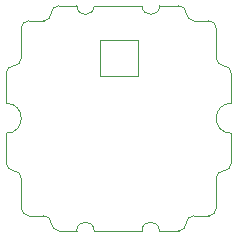
<source format=gbr>
%TF.GenerationSoftware,KiCad,Pcbnew,7.0.5*%
%TF.CreationDate,2024-03-07T22:21:16-05:00*%
%TF.ProjectId,amoebe_streamline,616d6f65-6265-45f7-9374-7265616d6c69,rev?*%
%TF.SameCoordinates,Original*%
%TF.FileFunction,Profile,NP*%
%FSLAX46Y46*%
G04 Gerber Fmt 4.6, Leading zero omitted, Abs format (unit mm)*
G04 Created by KiCad (PCBNEW 7.0.5) date 2024-03-07 22:21:16*
%MOMM*%
%LPD*%
G01*
G04 APERTURE LIST*
%TA.AperFunction,Profile*%
%ADD10C,0.100000*%
%TD*%
G04 APERTURE END LIST*
D10*
X144855488Y-90804288D02*
G75*
G03*
X146330112Y-90804288I737312J0D01*
G01*
X139318288Y-90804288D02*
G75*
G03*
X140792912Y-90804288I737312J0D01*
G01*
X137795000Y-90805000D02*
X139318288Y-90805712D01*
X146330112Y-90804288D02*
X147955000Y-90805000D01*
X140792912Y-90805712D02*
X144855488Y-90804288D01*
X140792912Y-109855712D02*
X144842076Y-109855000D01*
X146316700Y-109855000D02*
X147955000Y-109855000D01*
X137795000Y-109855000D02*
X139318288Y-109855712D01*
X146316700Y-109855000D02*
G75*
G03*
X144842076Y-109855000I-737312J0D01*
G01*
X133985000Y-95885000D02*
G75*
G03*
X133350000Y-96520000I0J-635000D01*
G01*
X135255000Y-92075000D02*
X136525000Y-92075000D01*
X152400000Y-96520000D02*
G75*
G03*
X151765000Y-95885000I-635000J0D01*
G01*
X144526000Y-93739500D02*
X141249400Y-93739500D01*
X151130000Y-92710000D02*
X151130000Y-95250000D01*
X148590000Y-91440000D02*
G75*
G03*
X149225000Y-92075000I635000J0D01*
G01*
X136525000Y-92075000D02*
G75*
G03*
X137160000Y-91440000I0J635000D01*
G01*
X152400000Y-101600000D02*
X152400000Y-104140000D01*
X152400000Y-99060000D02*
X152400000Y-96520000D01*
X134620000Y-107950000D02*
G75*
G03*
X135255000Y-108585000I635000J0D01*
G01*
X137795000Y-90805000D02*
G75*
G03*
X137160000Y-91440000I0J-635000D01*
G01*
X133350000Y-104140000D02*
G75*
G03*
X133985000Y-104775000I635000J0D01*
G01*
X133350000Y-99060000D02*
X133350000Y-96520000D01*
X144526000Y-96760500D02*
X144526000Y-93739500D01*
X149225000Y-108585000D02*
G75*
G03*
X148590000Y-109220000I0J-635000D01*
G01*
X137160000Y-109220000D02*
G75*
G03*
X137795000Y-109855000I635000J0D01*
G01*
X133350000Y-101600000D02*
X133350000Y-104140000D01*
X148590000Y-91440000D02*
G75*
G03*
X147955000Y-90805000I-635000J0D01*
G01*
X134620000Y-92710000D02*
X134620000Y-95250000D01*
X133350000Y-101600000D02*
G75*
G03*
X133350000Y-99060000I0J1270000D01*
G01*
X150495000Y-108585000D02*
G75*
G03*
X151130000Y-107950000I0J635000D01*
G01*
X135255000Y-92075000D02*
G75*
G03*
X134620000Y-92710000I0J-635000D01*
G01*
X151765000Y-104775000D02*
G75*
G03*
X151130000Y-105410000I0J-635000D01*
G01*
X150495000Y-108585000D02*
X149225000Y-108585000D01*
X151130000Y-92710000D02*
G75*
G03*
X150495000Y-92075000I-635000J0D01*
G01*
X137160000Y-109220000D02*
G75*
G03*
X136525000Y-108585000I-635000J0D01*
G01*
X151765000Y-104775000D02*
G75*
G03*
X152400000Y-104140000I0J635000D01*
G01*
X135255000Y-108585000D02*
X136525000Y-108585000D01*
X151130000Y-95250000D02*
G75*
G03*
X151765000Y-95885000I635000J0D01*
G01*
X141249400Y-96760500D02*
X144526000Y-96760500D01*
X133985000Y-95885000D02*
G75*
G03*
X134620000Y-95250000I0J635000D01*
G01*
X149225000Y-92075000D02*
X150495000Y-92075000D01*
X134620000Y-105410000D02*
G75*
G03*
X133985000Y-104775000I-635000J0D01*
G01*
X152400000Y-99060000D02*
G75*
G03*
X152400000Y-101600000I0J-1270000D01*
G01*
X141249400Y-93739500D02*
X141249400Y-96760500D01*
X140792912Y-109855712D02*
G75*
G03*
X139318288Y-109855712I-737312J0D01*
G01*
X151130000Y-107950000D02*
X151130000Y-105410000D01*
X147955000Y-109855000D02*
G75*
G03*
X148590000Y-109220000I0J635000D01*
G01*
X134620000Y-105410000D02*
X134620000Y-107950000D01*
M02*

</source>
